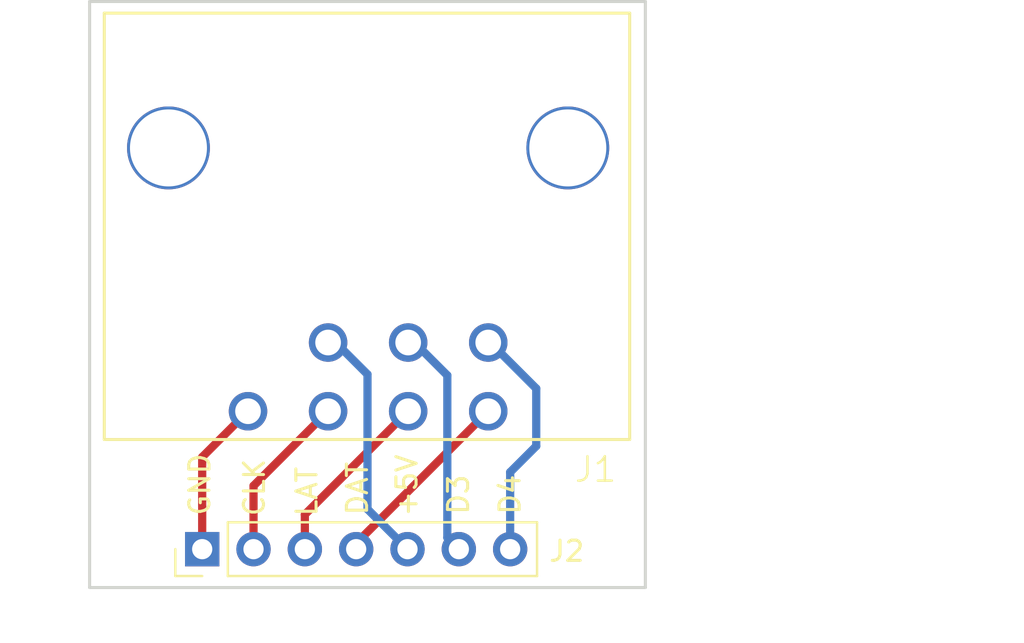
<source format=kicad_pcb>
(kicad_pcb (version 20240108) (generator "pcbnew") (generator_version "8.0")
  (layers (0 "F.Cu" signal) (31 "B.Cu" signal) (34 "B.Paste" user) (35 "F.Paste" user) (36 "B.SilkS" user "B.Silkscreen") (37 "F.SilkS" user "F.Silkscreen") (38 "B.Mask" user) (39 "F.Mask" user) (44 "Edge.Cuts" user))
  (net 0 "")
  (net 1 "Net-(J1-Pad2)")
  (net 2 "Net-(J1-Pad1)")
  (net 3 "Net-(J1-Pad3)")
  (net 4 "Net-(J1-Pad4)")
  (net 5 "Net-(J1-Pad7)")
  (net 6 "Net-(J1-Pad6)")
  (net 7 "Net-(J1-Pad5)")
  (footprint "footprints:NES_Controller" (layer "F.Cu") (at 171.736001 114.046001)
    (property "Reference" "J1" (at 6.424999 2.174999 180) (layer "F.SilkS") (effects (font (size 1.2065 1.2065) (thickness 0.12065)) (justify right top)))
    (property "Value" "NES_Controller")
    (fp_line (start -19 -19.7) (end -19 1.4) (stroke (width 0.15)) (layer "F.SilkS"))
    (fp_line (start -19 1.4) (end 7 1.4) (stroke (width 0.15)) (layer "F.SilkS"))
    (fp_line (start 7 -19.7) (end -19 -19.7) (stroke (width 0.15)) (layer "F.SilkS"))
    (fp_line (start 7 1.4) (end 7 -19.7) (stroke (width 0.15)) (layer "F.SilkS"))
    (fp_text user "GND" (at -14.275001 3.624999 -90) (layer "F.SilkS"))
    (fp_text user "D3" (at -1.475001 4.124999 90) (layer "F.SilkS"))
    (fp_text user "CLK" (at -11.575001 3.774999 90) (layer "F.SilkS"))
    (fp_text user "+5V" (at -4.025001 3.674999 -90) (layer "F.SilkS"))
    (fp_text user "LAT" (at -8.975001 3.974999 -90) (layer "F.SilkS"))
    (fp_text user "D4" (at 1.074999 4.124999 90) (layer "F.SilkS"))
    (fp_text user "DAT" (at -6.475001 3.824999 90) (layer "F.SilkS"))
    (pad "" np_thru_hole circle (at -15.8242 -13.0302) (size 4.1 4.1) (drill 3.81) (layers "F&B.Cu" "*.Mask"))
    (pad "" np_thru_hole circle (at 3.937 -13.0302) (size 4.1 4.1) (drill 3.81) (layers "F&B.Cu" "*.Mask"))
    (pad "1" thru_hole circle (at -11.8872 0) (size 1.905 1.905) (drill 1.27) (layers "*.Cu" "*.Mask") (net 2 "Net-(J1-Pad1)"))
    (pad "2" thru_hole circle (at -7.9248 0) (size 1.905 1.905) (drill 1.27) (layers "*.Cu" "*.Mask") (net 1 "Net-(J1-Pad2)"))
    (pad "3" thru_hole circle (at -3.9624 0) (size 1.905 1.905) (drill 1.27) (layers "*.Cu" "*.Mask") (net 3 "Net-(J1-Pad3)"))
    (pad "4" thru_hole circle (at 0 0) (size 1.905 1.905) (drill 1.27) (layers "*.Cu" "*.Mask") (net 4 "Net-(J1-Pad4)"))
    (pad "5" thru_hole circle (at -7.9248 -3.4) (size 1.905 1.905) (drill 1.27) (layers "*.Cu" "*.Mask") (net 7 "Net-(J1-Pad5)"))
    (pad "6" thru_hole circle (at -3.9624 -3.4) (size 1.905 1.905) (drill 1.27) (layers "*.Cu" "*.Mask") (net 6 "Net-(J1-Pad6)"))
    (pad "7" thru_hole circle (at 0 -3.4) (size 1.905 1.905) (drill 1.27) (layers "*.Cu" "*.Mask") (net 5 "Net-(J1-Pad7)"))
  )
  (footprint "Connector_PinHeader_2.54mm:PinHeader_1x07_P2.54mm_Vertical" (layer "F.Cu") (at 157.581 120.871 90)
    (property "Reference" "J2" (at -0.1 18.04 180) (layer "F.SilkS"))
    (property "Value" "Conn_01x07")
    (fp_line (start -1.33 -1.33) (end 0 -1.33) (stroke (width 0.12)) (layer "F.SilkS"))
    (fp_line (start -1.33 0) (end -1.33 -1.33) (stroke (width 0.12)) (layer "F.SilkS"))
    (fp_line (start 1.33 1.27) (end 1.33 16.57) (stroke (width 0.12)) (layer "F.SilkS"))
    (fp_line (start -1.33 1.27) (end 1.33 1.27) (stroke (width 0.12)) (layer "F.SilkS"))
    (fp_line (start -1.33 1.27) (end -1.33 16.57) (stroke (width 0.12)) (layer "F.SilkS"))
    (fp_line (start -1.33 16.57) (end 1.33 16.57) (stroke (width 0.12)) (layer "F.SilkS"))
    (pad "1" thru_hole rect (at 0 0 90) (size 1.7 1.7) (drill 1) (layers "*.Cu" "*.Mask") (net 2 "Net-(J1-Pad1)"))
    (pad "2" thru_hole oval (at 0 2.54 90) (size 1.7 1.7) (drill 1) (layers "*.Cu" "*.Mask") (net 1 "Net-(J1-Pad2)"))
    (pad "3" thru_hole oval (at 0 5.08 90) (size 1.7 1.7) (drill 1) (layers "*.Cu" "*.Mask") (net 3 "Net-(J1-Pad3)"))
    (pad "4" thru_hole oval (at 0 7.62 90) (size 1.7 1.7) (drill 1) (layers "*.Cu" "*.Mask") (net 4 "Net-(J1-Pad4)"))
    (pad "5" thru_hole oval (at 0 10.16 90) (size 1.7 1.7) (drill 1) (layers "*.Cu" "*.Mask") (net 7 "Net-(J1-Pad5)"))
    (pad "6" thru_hole oval (at 0 12.7 90) (size 1.7 1.7) (drill 1) (layers "*.Cu" "*.Mask") (net 6 "Net-(J1-Pad6)"))
    (pad "7" thru_hole oval (at 0 15.24 90) (size 1.7 1.7) (drill 1) (layers "*.Cu" "*.Mask") (net 5 "Net-(J1-Pad7)"))
  )
  (gr_line (start 152.011 93.771) (end 152.011 122.771) (stroke (width 0.15)) (layer "Edge.Cuts"))
  (gr_line (start 179.511 93.771) (end 152.011 93.771) (stroke (width 0.15)) (layer "Edge.Cuts"))
  (gr_line (start 152.011 122.771) (end 179.511 122.771) (stroke (width 0.15)) (layer "Edge.Cuts"))
  (gr_line (start 179.511 122.771) (end 179.511 93.771) (stroke (width 0.15)) (layer "Edge.Cuts"))
  (segment (start 160.121 120.871) (end 160.121 117.736202) (width 0.4064) (layer "F.Cu") (net 1))
  (segment (start 160.121 117.736202) (end 163.811201 114.046001) (width 0.4064) (layer "F.Cu") (net 1))
  (segment (start 157.581 120.871) (end 157.581 116.313802) (width 0.4064) (layer "F.Cu") (net 2))
  (segment (start 157.581 116.313802) (end 159.848801 114.046001) (width 0.4064) (layer "F.Cu") (net 2))
  (segment (start 162.661 120.871) (end 162.661 119.158602) (width 0.4064) (layer "F.Cu") (net 3))
  (segment (start 162.661 119.158602) (end 167.773601 114.046001) (width 0.4064) (layer "F.Cu") (net 3))
  (segment (start 165.201 120.871) (end 165.201 120.581002) (width 0.4064) (layer "F.Cu") (net 4))
  (segment (start 165.201 120.581002) (end 171.736001 114.046001) (width 0.4064) (layer "F.Cu") (net 4))
  (segment (start 174.111 115.771) (end 174.111 112.921) (width 0.4064) (layer "B.Cu") (net 5))
  (segment (start 171.836001 110.646001) (end 171.736001 110.646001) (width 0.4064) (layer "B.Cu") (net 5))
  (segment (start 174.111 112.921) (end 171.836001 110.646001) (width 0.4064) (layer "B.Cu") (net 5))
  (segment (start 172.821 117.061) (end 174.111 115.771) (width 0.4064) (layer "B.Cu") (net 5))
  (segment (start 172.821 120.871) (end 172.821 117.061) (width 0.4064) (layer "B.Cu") (net 5))
  (segment (start 167.773601 110.646001) (end 168.086001 110.646001) (width 0.4064) (layer "B.Cu") (net 6))
  (segment (start 168.086001 110.646001) (end 169.711 112.271) (width 0.4064) (layer "B.Cu") (net 6))
  (segment (start 169.711 120.301) (end 170.281 120.871) (width 0.4064) (layer "B.Cu") (net 6))
  (segment (start 169.711 112.271) (end 169.711 120.301) (width 0.4064) (layer "B.Cu") (net 6))
  (segment (start 164.186001 110.646001) (end 165.761 112.221) (width 0.4064) (layer "B.Cu") (net 7))
  (segment (start 163.811201 110.646001) (end 164.186001 110.646001) (width 0.4064) (layer "B.Cu") (net 7))
  (segment (start 165.761 112.221) (end 165.761 118.891) (width 0.4064) (layer "B.Cu") (net 7))
  (segment (start 165.761 118.891) (end 167.741 120.871) (width 0.4064) (layer "B.Cu") (net 7))
)
</source>
